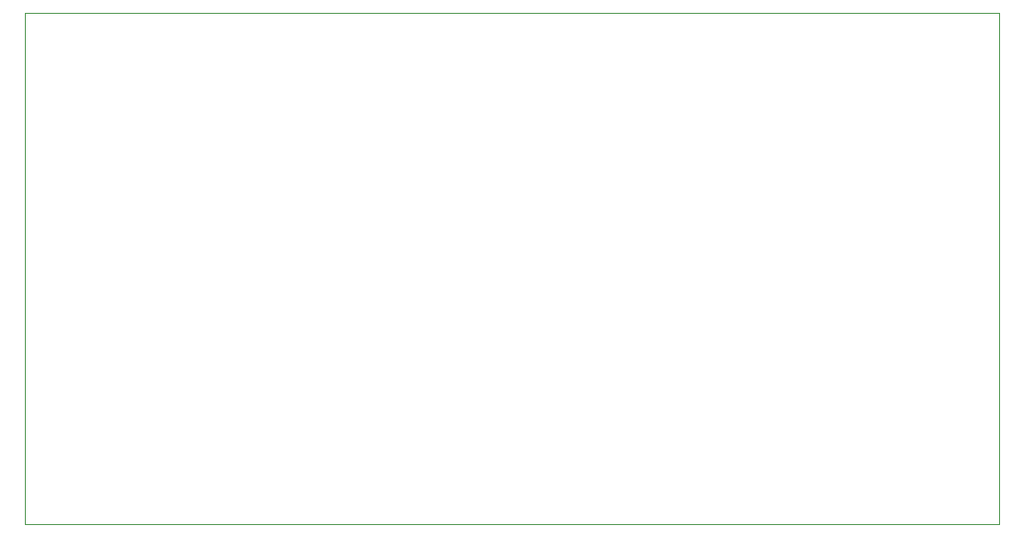
<source format=gbr>
%TF.GenerationSoftware,KiCad,Pcbnew,(5.1.6)-1*%
%TF.CreationDate,2020-07-03T01:35:13-04:00*%
%TF.ProjectId,controller,636f6e74-726f-46c6-9c65-722e6b696361,rev?*%
%TF.SameCoordinates,Original*%
%TF.FileFunction,Profile,NP*%
%FSLAX46Y46*%
G04 Gerber Fmt 4.6, Leading zero omitted, Abs format (unit mm)*
G04 Created by KiCad (PCBNEW (5.1.6)-1) date 2020-07-03 01:35:13*
%MOMM*%
%LPD*%
G01*
G04 APERTURE LIST*
%TA.AperFunction,Profile*%
%ADD10C,0.050000*%
%TD*%
G04 APERTURE END LIST*
D10*
X179070000Y-67310000D02*
X89535000Y-67310000D01*
X179070000Y-114300000D02*
X179070000Y-67310000D01*
X89535000Y-114300000D02*
X179070000Y-114300000D01*
X89535000Y-67310000D02*
X89535000Y-114300000D01*
M02*

</source>
